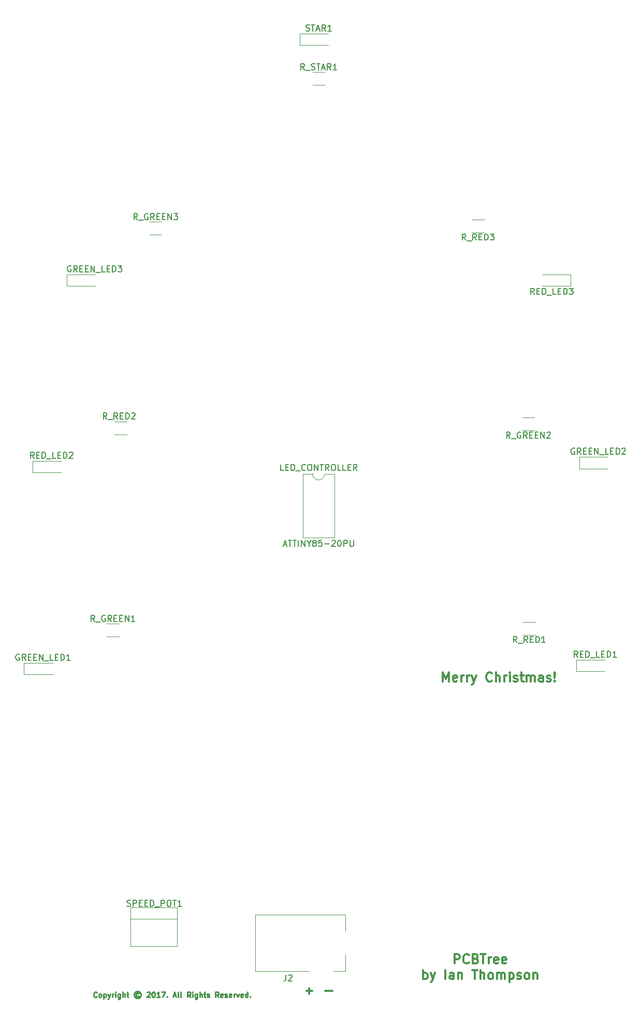
<source format=gbr>
G04 #@! TF.FileFunction,Legend,Top*
%FSLAX46Y46*%
G04 Gerber Fmt 4.6, Leading zero omitted, Abs format (unit mm)*
G04 Created by KiCad (PCBNEW 4.0.6) date Sunday, September 24, 2017 'PMt' 03:47:12 PM*
%MOMM*%
%LPD*%
G01*
G04 APERTURE LIST*
%ADD10C,0.100000*%
%ADD11C,0.212500*%
%ADD12C,0.300000*%
%ADD13C,0.120000*%
%ADD14C,0.150000*%
G04 APERTURE END LIST*
D10*
D11*
X58956238Y-181876571D02*
X58915762Y-181917048D01*
X58794333Y-181957524D01*
X58713381Y-181957524D01*
X58591953Y-181917048D01*
X58511000Y-181836095D01*
X58470524Y-181755143D01*
X58430048Y-181593238D01*
X58430048Y-181471810D01*
X58470524Y-181309905D01*
X58511000Y-181228952D01*
X58591953Y-181148000D01*
X58713381Y-181107524D01*
X58794333Y-181107524D01*
X58915762Y-181148000D01*
X58956238Y-181188476D01*
X59441953Y-181957524D02*
X59361000Y-181917048D01*
X59320524Y-181876571D01*
X59280048Y-181795619D01*
X59280048Y-181552762D01*
X59320524Y-181471810D01*
X59361000Y-181431333D01*
X59441953Y-181390857D01*
X59563381Y-181390857D01*
X59644333Y-181431333D01*
X59684810Y-181471810D01*
X59725286Y-181552762D01*
X59725286Y-181795619D01*
X59684810Y-181876571D01*
X59644333Y-181917048D01*
X59563381Y-181957524D01*
X59441953Y-181957524D01*
X60089572Y-181390857D02*
X60089572Y-182240857D01*
X60089572Y-181431333D02*
X60170524Y-181390857D01*
X60332429Y-181390857D01*
X60413381Y-181431333D01*
X60453858Y-181471810D01*
X60494334Y-181552762D01*
X60494334Y-181795619D01*
X60453858Y-181876571D01*
X60413381Y-181917048D01*
X60332429Y-181957524D01*
X60170524Y-181957524D01*
X60089572Y-181917048D01*
X60777668Y-181390857D02*
X60980049Y-181957524D01*
X61182429Y-181390857D02*
X60980049Y-181957524D01*
X60899096Y-182159905D01*
X60858620Y-182200381D01*
X60777668Y-182240857D01*
X61506239Y-181957524D02*
X61506239Y-181390857D01*
X61506239Y-181552762D02*
X61546715Y-181471810D01*
X61587191Y-181431333D01*
X61668144Y-181390857D01*
X61749096Y-181390857D01*
X62032429Y-181957524D02*
X62032429Y-181390857D01*
X62032429Y-181107524D02*
X61991953Y-181148000D01*
X62032429Y-181188476D01*
X62072905Y-181148000D01*
X62032429Y-181107524D01*
X62032429Y-181188476D01*
X62801477Y-181390857D02*
X62801477Y-182078952D01*
X62761000Y-182159905D01*
X62720524Y-182200381D01*
X62639572Y-182240857D01*
X62518143Y-182240857D01*
X62437191Y-182200381D01*
X62801477Y-181917048D02*
X62720524Y-181957524D01*
X62558620Y-181957524D01*
X62477667Y-181917048D01*
X62437191Y-181876571D01*
X62396715Y-181795619D01*
X62396715Y-181552762D01*
X62437191Y-181471810D01*
X62477667Y-181431333D01*
X62558620Y-181390857D01*
X62720524Y-181390857D01*
X62801477Y-181431333D01*
X63206239Y-181957524D02*
X63206239Y-181107524D01*
X63570525Y-181957524D02*
X63570525Y-181512286D01*
X63530048Y-181431333D01*
X63449096Y-181390857D01*
X63327668Y-181390857D01*
X63246715Y-181431333D01*
X63206239Y-181471810D01*
X63853858Y-181390857D02*
X64177668Y-181390857D01*
X63975287Y-181107524D02*
X63975287Y-181836095D01*
X64015763Y-181917048D01*
X64096716Y-181957524D01*
X64177668Y-181957524D01*
X65796715Y-181309905D02*
X65715763Y-181269429D01*
X65553858Y-181269429D01*
X65472906Y-181309905D01*
X65391953Y-181390857D01*
X65351477Y-181471810D01*
X65351477Y-181633714D01*
X65391953Y-181714667D01*
X65472906Y-181795619D01*
X65553858Y-181836095D01*
X65715763Y-181836095D01*
X65796715Y-181795619D01*
X65634810Y-180986095D02*
X65432429Y-181026571D01*
X65230049Y-181148000D01*
X65108620Y-181350381D01*
X65068144Y-181552762D01*
X65108620Y-181755143D01*
X65230049Y-181957524D01*
X65432429Y-182078952D01*
X65634810Y-182119429D01*
X65837191Y-182078952D01*
X66039572Y-181957524D01*
X66161001Y-181755143D01*
X66201477Y-181552762D01*
X66161001Y-181350381D01*
X66039572Y-181148000D01*
X65837191Y-181026571D01*
X65634810Y-180986095D01*
X67172906Y-181188476D02*
X67213382Y-181148000D01*
X67294334Y-181107524D01*
X67496715Y-181107524D01*
X67577668Y-181148000D01*
X67618144Y-181188476D01*
X67658620Y-181269429D01*
X67658620Y-181350381D01*
X67618144Y-181471810D01*
X67132430Y-181957524D01*
X67658620Y-181957524D01*
X68184811Y-181107524D02*
X68265763Y-181107524D01*
X68346715Y-181148000D01*
X68387192Y-181188476D01*
X68427668Y-181269429D01*
X68468144Y-181431333D01*
X68468144Y-181633714D01*
X68427668Y-181795619D01*
X68387192Y-181876571D01*
X68346715Y-181917048D01*
X68265763Y-181957524D01*
X68184811Y-181957524D01*
X68103858Y-181917048D01*
X68063382Y-181876571D01*
X68022906Y-181795619D01*
X67982430Y-181633714D01*
X67982430Y-181431333D01*
X68022906Y-181269429D01*
X68063382Y-181188476D01*
X68103858Y-181148000D01*
X68184811Y-181107524D01*
X69277668Y-181957524D02*
X68791954Y-181957524D01*
X69034811Y-181957524D02*
X69034811Y-181107524D01*
X68953859Y-181228952D01*
X68872906Y-181309905D01*
X68791954Y-181350381D01*
X69561002Y-181107524D02*
X70127668Y-181107524D01*
X69763383Y-181957524D01*
X70451478Y-181876571D02*
X70491954Y-181917048D01*
X70451478Y-181957524D01*
X70411002Y-181917048D01*
X70451478Y-181876571D01*
X70451478Y-181957524D01*
X71463383Y-181714667D02*
X71868145Y-181714667D01*
X71382430Y-181957524D02*
X71665764Y-181107524D01*
X71949097Y-181957524D01*
X72353859Y-181957524D02*
X72272906Y-181917048D01*
X72232430Y-181836095D01*
X72232430Y-181107524D01*
X72799097Y-181957524D02*
X72718144Y-181917048D01*
X72677668Y-181836095D01*
X72677668Y-181107524D01*
X74256239Y-181957524D02*
X73972906Y-181552762D01*
X73770525Y-181957524D02*
X73770525Y-181107524D01*
X74094334Y-181107524D01*
X74175287Y-181148000D01*
X74215763Y-181188476D01*
X74256239Y-181269429D01*
X74256239Y-181390857D01*
X74215763Y-181471810D01*
X74175287Y-181512286D01*
X74094334Y-181552762D01*
X73770525Y-181552762D01*
X74620525Y-181957524D02*
X74620525Y-181390857D01*
X74620525Y-181107524D02*
X74580049Y-181148000D01*
X74620525Y-181188476D01*
X74661001Y-181148000D01*
X74620525Y-181107524D01*
X74620525Y-181188476D01*
X75389573Y-181390857D02*
X75389573Y-182078952D01*
X75349096Y-182159905D01*
X75308620Y-182200381D01*
X75227668Y-182240857D01*
X75106239Y-182240857D01*
X75025287Y-182200381D01*
X75389573Y-181917048D02*
X75308620Y-181957524D01*
X75146716Y-181957524D01*
X75065763Y-181917048D01*
X75025287Y-181876571D01*
X74984811Y-181795619D01*
X74984811Y-181552762D01*
X75025287Y-181471810D01*
X75065763Y-181431333D01*
X75146716Y-181390857D01*
X75308620Y-181390857D01*
X75389573Y-181431333D01*
X75794335Y-181957524D02*
X75794335Y-181107524D01*
X76158621Y-181957524D02*
X76158621Y-181512286D01*
X76118144Y-181431333D01*
X76037192Y-181390857D01*
X75915764Y-181390857D01*
X75834811Y-181431333D01*
X75794335Y-181471810D01*
X76441954Y-181390857D02*
X76765764Y-181390857D01*
X76563383Y-181107524D02*
X76563383Y-181836095D01*
X76603859Y-181917048D01*
X76684812Y-181957524D01*
X76765764Y-181957524D01*
X77008621Y-181917048D02*
X77089573Y-181957524D01*
X77251478Y-181957524D01*
X77332430Y-181917048D01*
X77372906Y-181836095D01*
X77372906Y-181795619D01*
X77332430Y-181714667D01*
X77251478Y-181674190D01*
X77130049Y-181674190D01*
X77049097Y-181633714D01*
X77008621Y-181552762D01*
X77008621Y-181512286D01*
X77049097Y-181431333D01*
X77130049Y-181390857D01*
X77251478Y-181390857D01*
X77332430Y-181431333D01*
X78870525Y-181957524D02*
X78587192Y-181552762D01*
X78384811Y-181957524D02*
X78384811Y-181107524D01*
X78708620Y-181107524D01*
X78789573Y-181148000D01*
X78830049Y-181188476D01*
X78870525Y-181269429D01*
X78870525Y-181390857D01*
X78830049Y-181471810D01*
X78789573Y-181512286D01*
X78708620Y-181552762D01*
X78384811Y-181552762D01*
X79558620Y-181917048D02*
X79477668Y-181957524D01*
X79315763Y-181957524D01*
X79234811Y-181917048D01*
X79194335Y-181836095D01*
X79194335Y-181512286D01*
X79234811Y-181431333D01*
X79315763Y-181390857D01*
X79477668Y-181390857D01*
X79558620Y-181431333D01*
X79599097Y-181512286D01*
X79599097Y-181593238D01*
X79194335Y-181674190D01*
X79922906Y-181917048D02*
X80003858Y-181957524D01*
X80165763Y-181957524D01*
X80246715Y-181917048D01*
X80287191Y-181836095D01*
X80287191Y-181795619D01*
X80246715Y-181714667D01*
X80165763Y-181674190D01*
X80044334Y-181674190D01*
X79963382Y-181633714D01*
X79922906Y-181552762D01*
X79922906Y-181512286D01*
X79963382Y-181431333D01*
X80044334Y-181390857D01*
X80165763Y-181390857D01*
X80246715Y-181431333D01*
X80975286Y-181917048D02*
X80894334Y-181957524D01*
X80732429Y-181957524D01*
X80651477Y-181917048D01*
X80611001Y-181836095D01*
X80611001Y-181512286D01*
X80651477Y-181431333D01*
X80732429Y-181390857D01*
X80894334Y-181390857D01*
X80975286Y-181431333D01*
X81015763Y-181512286D01*
X81015763Y-181593238D01*
X80611001Y-181674190D01*
X81380048Y-181957524D02*
X81380048Y-181390857D01*
X81380048Y-181552762D02*
X81420524Y-181471810D01*
X81461000Y-181431333D01*
X81541953Y-181390857D01*
X81622905Y-181390857D01*
X81825286Y-181390857D02*
X82027667Y-181957524D01*
X82230047Y-181390857D01*
X82877666Y-181917048D02*
X82796714Y-181957524D01*
X82634809Y-181957524D01*
X82553857Y-181917048D01*
X82513381Y-181836095D01*
X82513381Y-181512286D01*
X82553857Y-181431333D01*
X82634809Y-181390857D01*
X82796714Y-181390857D01*
X82877666Y-181431333D01*
X82918143Y-181512286D01*
X82918143Y-181593238D01*
X82513381Y-181674190D01*
X83646714Y-181957524D02*
X83646714Y-181107524D01*
X83646714Y-181917048D02*
X83565761Y-181957524D01*
X83403857Y-181957524D01*
X83322904Y-181917048D01*
X83282428Y-181876571D01*
X83241952Y-181795619D01*
X83241952Y-181552762D01*
X83282428Y-181471810D01*
X83322904Y-181431333D01*
X83403857Y-181390857D01*
X83565761Y-181390857D01*
X83646714Y-181431333D01*
X84051476Y-181876571D02*
X84091952Y-181917048D01*
X84051476Y-181957524D01*
X84011000Y-181917048D01*
X84051476Y-181876571D01*
X84051476Y-181957524D01*
D12*
X96329572Y-180955143D02*
X97472429Y-180955143D01*
X93268857Y-180933714D02*
X94183143Y-180933714D01*
X93726000Y-181390857D02*
X93726000Y-180476571D01*
X117451715Y-176441571D02*
X117451715Y-174941571D01*
X118023143Y-174941571D01*
X118166001Y-175013000D01*
X118237429Y-175084429D01*
X118308858Y-175227286D01*
X118308858Y-175441571D01*
X118237429Y-175584429D01*
X118166001Y-175655857D01*
X118023143Y-175727286D01*
X117451715Y-175727286D01*
X119808858Y-176298714D02*
X119737429Y-176370143D01*
X119523143Y-176441571D01*
X119380286Y-176441571D01*
X119166001Y-176370143D01*
X119023143Y-176227286D01*
X118951715Y-176084429D01*
X118880286Y-175798714D01*
X118880286Y-175584429D01*
X118951715Y-175298714D01*
X119023143Y-175155857D01*
X119166001Y-175013000D01*
X119380286Y-174941571D01*
X119523143Y-174941571D01*
X119737429Y-175013000D01*
X119808858Y-175084429D01*
X120951715Y-175655857D02*
X121166001Y-175727286D01*
X121237429Y-175798714D01*
X121308858Y-175941571D01*
X121308858Y-176155857D01*
X121237429Y-176298714D01*
X121166001Y-176370143D01*
X121023143Y-176441571D01*
X120451715Y-176441571D01*
X120451715Y-174941571D01*
X120951715Y-174941571D01*
X121094572Y-175013000D01*
X121166001Y-175084429D01*
X121237429Y-175227286D01*
X121237429Y-175370143D01*
X121166001Y-175513000D01*
X121094572Y-175584429D01*
X120951715Y-175655857D01*
X120451715Y-175655857D01*
X121737429Y-174941571D02*
X122594572Y-174941571D01*
X122166001Y-176441571D02*
X122166001Y-174941571D01*
X123094572Y-176441571D02*
X123094572Y-175441571D01*
X123094572Y-175727286D02*
X123166000Y-175584429D01*
X123237429Y-175513000D01*
X123380286Y-175441571D01*
X123523143Y-175441571D01*
X124594571Y-176370143D02*
X124451714Y-176441571D01*
X124166000Y-176441571D01*
X124023143Y-176370143D01*
X123951714Y-176227286D01*
X123951714Y-175655857D01*
X124023143Y-175513000D01*
X124166000Y-175441571D01*
X124451714Y-175441571D01*
X124594571Y-175513000D01*
X124666000Y-175655857D01*
X124666000Y-175798714D01*
X123951714Y-175941571D01*
X125880285Y-176370143D02*
X125737428Y-176441571D01*
X125451714Y-176441571D01*
X125308857Y-176370143D01*
X125237428Y-176227286D01*
X125237428Y-175655857D01*
X125308857Y-175513000D01*
X125451714Y-175441571D01*
X125737428Y-175441571D01*
X125880285Y-175513000D01*
X125951714Y-175655857D01*
X125951714Y-175798714D01*
X125237428Y-175941571D01*
X112344571Y-178991571D02*
X112344571Y-177491571D01*
X112344571Y-178063000D02*
X112487428Y-177991571D01*
X112773142Y-177991571D01*
X112915999Y-178063000D01*
X112987428Y-178134429D01*
X113058857Y-178277286D01*
X113058857Y-178705857D01*
X112987428Y-178848714D01*
X112915999Y-178920143D01*
X112773142Y-178991571D01*
X112487428Y-178991571D01*
X112344571Y-178920143D01*
X113558857Y-177991571D02*
X113916000Y-178991571D01*
X114273142Y-177991571D02*
X113916000Y-178991571D01*
X113773142Y-179348714D01*
X113701714Y-179420143D01*
X113558857Y-179491571D01*
X115987428Y-178991571D02*
X115987428Y-177491571D01*
X117344571Y-178991571D02*
X117344571Y-178205857D01*
X117273142Y-178063000D01*
X117130285Y-177991571D01*
X116844571Y-177991571D01*
X116701714Y-178063000D01*
X117344571Y-178920143D02*
X117201714Y-178991571D01*
X116844571Y-178991571D01*
X116701714Y-178920143D01*
X116630285Y-178777286D01*
X116630285Y-178634429D01*
X116701714Y-178491571D01*
X116844571Y-178420143D01*
X117201714Y-178420143D01*
X117344571Y-178348714D01*
X118058857Y-177991571D02*
X118058857Y-178991571D01*
X118058857Y-178134429D02*
X118130285Y-178063000D01*
X118273143Y-177991571D01*
X118487428Y-177991571D01*
X118630285Y-178063000D01*
X118701714Y-178205857D01*
X118701714Y-178991571D01*
X120344571Y-177491571D02*
X121201714Y-177491571D01*
X120773143Y-178991571D02*
X120773143Y-177491571D01*
X121701714Y-178991571D02*
X121701714Y-177491571D01*
X122344571Y-178991571D02*
X122344571Y-178205857D01*
X122273142Y-178063000D01*
X122130285Y-177991571D01*
X121916000Y-177991571D01*
X121773142Y-178063000D01*
X121701714Y-178134429D01*
X123273143Y-178991571D02*
X123130285Y-178920143D01*
X123058857Y-178848714D01*
X122987428Y-178705857D01*
X122987428Y-178277286D01*
X123058857Y-178134429D01*
X123130285Y-178063000D01*
X123273143Y-177991571D01*
X123487428Y-177991571D01*
X123630285Y-178063000D01*
X123701714Y-178134429D01*
X123773143Y-178277286D01*
X123773143Y-178705857D01*
X123701714Y-178848714D01*
X123630285Y-178920143D01*
X123487428Y-178991571D01*
X123273143Y-178991571D01*
X124416000Y-178991571D02*
X124416000Y-177991571D01*
X124416000Y-178134429D02*
X124487428Y-178063000D01*
X124630286Y-177991571D01*
X124844571Y-177991571D01*
X124987428Y-178063000D01*
X125058857Y-178205857D01*
X125058857Y-178991571D01*
X125058857Y-178205857D02*
X125130286Y-178063000D01*
X125273143Y-177991571D01*
X125487428Y-177991571D01*
X125630286Y-178063000D01*
X125701714Y-178205857D01*
X125701714Y-178991571D01*
X126416000Y-177991571D02*
X126416000Y-179491571D01*
X126416000Y-178063000D02*
X126558857Y-177991571D01*
X126844571Y-177991571D01*
X126987428Y-178063000D01*
X127058857Y-178134429D01*
X127130286Y-178277286D01*
X127130286Y-178705857D01*
X127058857Y-178848714D01*
X126987428Y-178920143D01*
X126844571Y-178991571D01*
X126558857Y-178991571D01*
X126416000Y-178920143D01*
X127701714Y-178920143D02*
X127844571Y-178991571D01*
X128130286Y-178991571D01*
X128273143Y-178920143D01*
X128344571Y-178777286D01*
X128344571Y-178705857D01*
X128273143Y-178563000D01*
X128130286Y-178491571D01*
X127916000Y-178491571D01*
X127773143Y-178420143D01*
X127701714Y-178277286D01*
X127701714Y-178205857D01*
X127773143Y-178063000D01*
X127916000Y-177991571D01*
X128130286Y-177991571D01*
X128273143Y-178063000D01*
X129201715Y-178991571D02*
X129058857Y-178920143D01*
X128987429Y-178848714D01*
X128916000Y-178705857D01*
X128916000Y-178277286D01*
X128987429Y-178134429D01*
X129058857Y-178063000D01*
X129201715Y-177991571D01*
X129416000Y-177991571D01*
X129558857Y-178063000D01*
X129630286Y-178134429D01*
X129701715Y-178277286D01*
X129701715Y-178705857D01*
X129630286Y-178848714D01*
X129558857Y-178920143D01*
X129416000Y-178991571D01*
X129201715Y-178991571D01*
X130344572Y-177991571D02*
X130344572Y-178991571D01*
X130344572Y-178134429D02*
X130416000Y-178063000D01*
X130558858Y-177991571D01*
X130773143Y-177991571D01*
X130916000Y-178063000D01*
X130987429Y-178205857D01*
X130987429Y-178991571D01*
X115571143Y-130345571D02*
X115571143Y-128845571D01*
X116071143Y-129917000D01*
X116571143Y-128845571D01*
X116571143Y-130345571D01*
X117856857Y-130274143D02*
X117714000Y-130345571D01*
X117428286Y-130345571D01*
X117285429Y-130274143D01*
X117214000Y-130131286D01*
X117214000Y-129559857D01*
X117285429Y-129417000D01*
X117428286Y-129345571D01*
X117714000Y-129345571D01*
X117856857Y-129417000D01*
X117928286Y-129559857D01*
X117928286Y-129702714D01*
X117214000Y-129845571D01*
X118571143Y-130345571D02*
X118571143Y-129345571D01*
X118571143Y-129631286D02*
X118642571Y-129488429D01*
X118714000Y-129417000D01*
X118856857Y-129345571D01*
X118999714Y-129345571D01*
X119499714Y-130345571D02*
X119499714Y-129345571D01*
X119499714Y-129631286D02*
X119571142Y-129488429D01*
X119642571Y-129417000D01*
X119785428Y-129345571D01*
X119928285Y-129345571D01*
X120285428Y-129345571D02*
X120642571Y-130345571D01*
X120999713Y-129345571D02*
X120642571Y-130345571D01*
X120499713Y-130702714D01*
X120428285Y-130774143D01*
X120285428Y-130845571D01*
X123571142Y-130202714D02*
X123499713Y-130274143D01*
X123285427Y-130345571D01*
X123142570Y-130345571D01*
X122928285Y-130274143D01*
X122785427Y-130131286D01*
X122713999Y-129988429D01*
X122642570Y-129702714D01*
X122642570Y-129488429D01*
X122713999Y-129202714D01*
X122785427Y-129059857D01*
X122928285Y-128917000D01*
X123142570Y-128845571D01*
X123285427Y-128845571D01*
X123499713Y-128917000D01*
X123571142Y-128988429D01*
X124213999Y-130345571D02*
X124213999Y-128845571D01*
X124856856Y-130345571D02*
X124856856Y-129559857D01*
X124785427Y-129417000D01*
X124642570Y-129345571D01*
X124428285Y-129345571D01*
X124285427Y-129417000D01*
X124213999Y-129488429D01*
X125571142Y-130345571D02*
X125571142Y-129345571D01*
X125571142Y-129631286D02*
X125642570Y-129488429D01*
X125713999Y-129417000D01*
X125856856Y-129345571D01*
X125999713Y-129345571D01*
X126499713Y-130345571D02*
X126499713Y-129345571D01*
X126499713Y-128845571D02*
X126428284Y-128917000D01*
X126499713Y-128988429D01*
X126571141Y-128917000D01*
X126499713Y-128845571D01*
X126499713Y-128988429D01*
X127142570Y-130274143D02*
X127285427Y-130345571D01*
X127571142Y-130345571D01*
X127713999Y-130274143D01*
X127785427Y-130131286D01*
X127785427Y-130059857D01*
X127713999Y-129917000D01*
X127571142Y-129845571D01*
X127356856Y-129845571D01*
X127213999Y-129774143D01*
X127142570Y-129631286D01*
X127142570Y-129559857D01*
X127213999Y-129417000D01*
X127356856Y-129345571D01*
X127571142Y-129345571D01*
X127713999Y-129417000D01*
X128213999Y-129345571D02*
X128785428Y-129345571D01*
X128428285Y-128845571D02*
X128428285Y-130131286D01*
X128499713Y-130274143D01*
X128642571Y-130345571D01*
X128785428Y-130345571D01*
X129285428Y-130345571D02*
X129285428Y-129345571D01*
X129285428Y-129488429D02*
X129356856Y-129417000D01*
X129499714Y-129345571D01*
X129713999Y-129345571D01*
X129856856Y-129417000D01*
X129928285Y-129559857D01*
X129928285Y-130345571D01*
X129928285Y-129559857D02*
X129999714Y-129417000D01*
X130142571Y-129345571D01*
X130356856Y-129345571D01*
X130499714Y-129417000D01*
X130571142Y-129559857D01*
X130571142Y-130345571D01*
X131928285Y-130345571D02*
X131928285Y-129559857D01*
X131856856Y-129417000D01*
X131713999Y-129345571D01*
X131428285Y-129345571D01*
X131285428Y-129417000D01*
X131928285Y-130274143D02*
X131785428Y-130345571D01*
X131428285Y-130345571D01*
X131285428Y-130274143D01*
X131213999Y-130131286D01*
X131213999Y-129988429D01*
X131285428Y-129845571D01*
X131428285Y-129774143D01*
X131785428Y-129774143D01*
X131928285Y-129702714D01*
X132571142Y-130274143D02*
X132713999Y-130345571D01*
X132999714Y-130345571D01*
X133142571Y-130274143D01*
X133213999Y-130131286D01*
X133213999Y-130059857D01*
X133142571Y-129917000D01*
X132999714Y-129845571D01*
X132785428Y-129845571D01*
X132642571Y-129774143D01*
X132571142Y-129631286D01*
X132571142Y-129559857D01*
X132642571Y-129417000D01*
X132785428Y-129345571D01*
X132999714Y-129345571D01*
X133142571Y-129417000D01*
X133856857Y-130202714D02*
X133928285Y-130274143D01*
X133856857Y-130345571D01*
X133785428Y-130274143D01*
X133856857Y-130202714D01*
X133856857Y-130345571D01*
X133856857Y-129774143D02*
X133785428Y-128917000D01*
X133856857Y-128845571D01*
X133928285Y-128917000D01*
X133856857Y-129774143D01*
X133856857Y-128845571D01*
D13*
X47065000Y-127320000D02*
X47065000Y-129220000D01*
X47065000Y-129220000D02*
X51765000Y-129220000D01*
X47065000Y-127320000D02*
X51765000Y-127320000D01*
X137870000Y-93665000D02*
X137870000Y-95565000D01*
X137870000Y-95565000D02*
X142570000Y-95565000D01*
X137870000Y-93665000D02*
X142570000Y-93665000D01*
X54050000Y-63820000D02*
X54050000Y-65720000D01*
X54050000Y-65720000D02*
X58750000Y-65720000D01*
X54050000Y-63820000D02*
X58750000Y-63820000D01*
X94250000Y-96400000D02*
X92680000Y-96400000D01*
X92680000Y-96400000D02*
X92680000Y-106800000D01*
X92680000Y-106800000D02*
X97820000Y-106800000D01*
X97820000Y-106800000D02*
X97820000Y-96400000D01*
X97820000Y-96400000D02*
X96250000Y-96400000D01*
X96250000Y-96400000D02*
G75*
G02X94250000Y-96400000I-1000000J0D01*
G01*
X137362000Y-126812000D02*
X137362000Y-128712000D01*
X137362000Y-128712000D02*
X142062000Y-128712000D01*
X137362000Y-126812000D02*
X142062000Y-126812000D01*
X48462000Y-94300000D02*
X48462000Y-96200000D01*
X48462000Y-96200000D02*
X53162000Y-96200000D01*
X48462000Y-94300000D02*
X53162000Y-94300000D01*
X136450000Y-65720000D02*
X136450000Y-63820000D01*
X136450000Y-63820000D02*
X131750000Y-63820000D01*
X136450000Y-65720000D02*
X131750000Y-65720000D01*
X62595000Y-122990000D02*
X60595000Y-122990000D01*
X60595000Y-120850000D02*
X62595000Y-120850000D01*
X128540000Y-87195000D02*
X130540000Y-87195000D01*
X130540000Y-89335000D02*
X128540000Y-89335000D01*
X69580000Y-57331000D02*
X67580000Y-57331000D01*
X67580000Y-55191000D02*
X69580000Y-55191000D01*
X128667000Y-120596000D02*
X130667000Y-120596000D01*
X130667000Y-122736000D02*
X128667000Y-122736000D01*
X63865000Y-89970000D02*
X61865000Y-89970000D01*
X61865000Y-87830000D02*
X63865000Y-87830000D01*
X120285000Y-54810000D02*
X122285000Y-54810000D01*
X122285000Y-56950000D02*
X120285000Y-56950000D01*
X96250000Y-32820000D02*
X94250000Y-32820000D01*
X94250000Y-30680000D02*
X96250000Y-30680000D01*
X64516000Y-167264000D02*
X64516000Y-173604000D01*
X72136000Y-167264000D02*
X72136000Y-173604000D01*
X72136000Y-169164000D02*
X64516000Y-169164000D01*
X64516000Y-167264000D02*
X72136000Y-167264000D01*
X72136000Y-173604000D02*
X64516000Y-173604000D01*
X92150000Y-24450000D02*
X92150000Y-26350000D01*
X92150000Y-26350000D02*
X96850000Y-26350000D01*
X92150000Y-24450000D02*
X96850000Y-24450000D01*
X93679000Y-177701000D02*
X84879000Y-177701000D01*
X84879000Y-177701000D02*
X84879000Y-168501000D01*
X99579000Y-175001000D02*
X99579000Y-177701000D01*
X99579000Y-177701000D02*
X97679000Y-177701000D01*
X84879000Y-168501000D02*
X99579000Y-168501000D01*
X99579000Y-168501000D02*
X99579000Y-171101000D01*
D14*
X46284048Y-125920000D02*
X46188810Y-125872381D01*
X46045953Y-125872381D01*
X45903095Y-125920000D01*
X45807857Y-126015238D01*
X45760238Y-126110476D01*
X45712619Y-126300952D01*
X45712619Y-126443810D01*
X45760238Y-126634286D01*
X45807857Y-126729524D01*
X45903095Y-126824762D01*
X46045953Y-126872381D01*
X46141191Y-126872381D01*
X46284048Y-126824762D01*
X46331667Y-126777143D01*
X46331667Y-126443810D01*
X46141191Y-126443810D01*
X47331667Y-126872381D02*
X46998333Y-126396190D01*
X46760238Y-126872381D02*
X46760238Y-125872381D01*
X47141191Y-125872381D01*
X47236429Y-125920000D01*
X47284048Y-125967619D01*
X47331667Y-126062857D01*
X47331667Y-126205714D01*
X47284048Y-126300952D01*
X47236429Y-126348571D01*
X47141191Y-126396190D01*
X46760238Y-126396190D01*
X47760238Y-126348571D02*
X48093572Y-126348571D01*
X48236429Y-126872381D02*
X47760238Y-126872381D01*
X47760238Y-125872381D01*
X48236429Y-125872381D01*
X48665000Y-126348571D02*
X48998334Y-126348571D01*
X49141191Y-126872381D02*
X48665000Y-126872381D01*
X48665000Y-125872381D01*
X49141191Y-125872381D01*
X49569762Y-126872381D02*
X49569762Y-125872381D01*
X50141191Y-126872381D01*
X50141191Y-125872381D01*
X50379286Y-126967619D02*
X51141191Y-126967619D01*
X51855477Y-126872381D02*
X51379286Y-126872381D01*
X51379286Y-125872381D01*
X52188810Y-126348571D02*
X52522144Y-126348571D01*
X52665001Y-126872381D02*
X52188810Y-126872381D01*
X52188810Y-125872381D01*
X52665001Y-125872381D01*
X53093572Y-126872381D02*
X53093572Y-125872381D01*
X53331667Y-125872381D01*
X53474525Y-125920000D01*
X53569763Y-126015238D01*
X53617382Y-126110476D01*
X53665001Y-126300952D01*
X53665001Y-126443810D01*
X53617382Y-126634286D01*
X53569763Y-126729524D01*
X53474525Y-126824762D01*
X53331667Y-126872381D01*
X53093572Y-126872381D01*
X54617382Y-126872381D02*
X54045953Y-126872381D01*
X54331667Y-126872381D02*
X54331667Y-125872381D01*
X54236429Y-126015238D01*
X54141191Y-126110476D01*
X54045953Y-126158095D01*
X137089048Y-92265000D02*
X136993810Y-92217381D01*
X136850953Y-92217381D01*
X136708095Y-92265000D01*
X136612857Y-92360238D01*
X136565238Y-92455476D01*
X136517619Y-92645952D01*
X136517619Y-92788810D01*
X136565238Y-92979286D01*
X136612857Y-93074524D01*
X136708095Y-93169762D01*
X136850953Y-93217381D01*
X136946191Y-93217381D01*
X137089048Y-93169762D01*
X137136667Y-93122143D01*
X137136667Y-92788810D01*
X136946191Y-92788810D01*
X138136667Y-93217381D02*
X137803333Y-92741190D01*
X137565238Y-93217381D02*
X137565238Y-92217381D01*
X137946191Y-92217381D01*
X138041429Y-92265000D01*
X138089048Y-92312619D01*
X138136667Y-92407857D01*
X138136667Y-92550714D01*
X138089048Y-92645952D01*
X138041429Y-92693571D01*
X137946191Y-92741190D01*
X137565238Y-92741190D01*
X138565238Y-92693571D02*
X138898572Y-92693571D01*
X139041429Y-93217381D02*
X138565238Y-93217381D01*
X138565238Y-92217381D01*
X139041429Y-92217381D01*
X139470000Y-92693571D02*
X139803334Y-92693571D01*
X139946191Y-93217381D02*
X139470000Y-93217381D01*
X139470000Y-92217381D01*
X139946191Y-92217381D01*
X140374762Y-93217381D02*
X140374762Y-92217381D01*
X140946191Y-93217381D01*
X140946191Y-92217381D01*
X141184286Y-93312619D02*
X141946191Y-93312619D01*
X142660477Y-93217381D02*
X142184286Y-93217381D01*
X142184286Y-92217381D01*
X142993810Y-92693571D02*
X143327144Y-92693571D01*
X143470001Y-93217381D02*
X142993810Y-93217381D01*
X142993810Y-92217381D01*
X143470001Y-92217381D01*
X143898572Y-93217381D02*
X143898572Y-92217381D01*
X144136667Y-92217381D01*
X144279525Y-92265000D01*
X144374763Y-92360238D01*
X144422382Y-92455476D01*
X144470001Y-92645952D01*
X144470001Y-92788810D01*
X144422382Y-92979286D01*
X144374763Y-93074524D01*
X144279525Y-93169762D01*
X144136667Y-93217381D01*
X143898572Y-93217381D01*
X144850953Y-92312619D02*
X144898572Y-92265000D01*
X144993810Y-92217381D01*
X145231906Y-92217381D01*
X145327144Y-92265000D01*
X145374763Y-92312619D01*
X145422382Y-92407857D01*
X145422382Y-92503095D01*
X145374763Y-92645952D01*
X144803334Y-93217381D01*
X145422382Y-93217381D01*
X54729548Y-62428500D02*
X54634310Y-62380881D01*
X54491453Y-62380881D01*
X54348595Y-62428500D01*
X54253357Y-62523738D01*
X54205738Y-62618976D01*
X54158119Y-62809452D01*
X54158119Y-62952310D01*
X54205738Y-63142786D01*
X54253357Y-63238024D01*
X54348595Y-63333262D01*
X54491453Y-63380881D01*
X54586691Y-63380881D01*
X54729548Y-63333262D01*
X54777167Y-63285643D01*
X54777167Y-62952310D01*
X54586691Y-62952310D01*
X55777167Y-63380881D02*
X55443833Y-62904690D01*
X55205738Y-63380881D02*
X55205738Y-62380881D01*
X55586691Y-62380881D01*
X55681929Y-62428500D01*
X55729548Y-62476119D01*
X55777167Y-62571357D01*
X55777167Y-62714214D01*
X55729548Y-62809452D01*
X55681929Y-62857071D01*
X55586691Y-62904690D01*
X55205738Y-62904690D01*
X56205738Y-62857071D02*
X56539072Y-62857071D01*
X56681929Y-63380881D02*
X56205738Y-63380881D01*
X56205738Y-62380881D01*
X56681929Y-62380881D01*
X57110500Y-62857071D02*
X57443834Y-62857071D01*
X57586691Y-63380881D02*
X57110500Y-63380881D01*
X57110500Y-62380881D01*
X57586691Y-62380881D01*
X58015262Y-63380881D02*
X58015262Y-62380881D01*
X58586691Y-63380881D01*
X58586691Y-62380881D01*
X58824786Y-63476119D02*
X59586691Y-63476119D01*
X60300977Y-63380881D02*
X59824786Y-63380881D01*
X59824786Y-62380881D01*
X60634310Y-62857071D02*
X60967644Y-62857071D01*
X61110501Y-63380881D02*
X60634310Y-63380881D01*
X60634310Y-62380881D01*
X61110501Y-62380881D01*
X61539072Y-63380881D02*
X61539072Y-62380881D01*
X61777167Y-62380881D01*
X61920025Y-62428500D01*
X62015263Y-62523738D01*
X62062882Y-62618976D01*
X62110501Y-62809452D01*
X62110501Y-62952310D01*
X62062882Y-63142786D01*
X62015263Y-63238024D01*
X61920025Y-63333262D01*
X61777167Y-63380881D01*
X61539072Y-63380881D01*
X62443834Y-62380881D02*
X63062882Y-62380881D01*
X62729548Y-62761833D01*
X62872406Y-62761833D01*
X62967644Y-62809452D01*
X63015263Y-62857071D01*
X63062882Y-62952310D01*
X63062882Y-63190405D01*
X63015263Y-63285643D01*
X62967644Y-63333262D01*
X62872406Y-63380881D01*
X62586691Y-63380881D01*
X62491453Y-63333262D01*
X62443834Y-63285643D01*
X89511905Y-95852381D02*
X89035714Y-95852381D01*
X89035714Y-94852381D01*
X89845238Y-95328571D02*
X90178572Y-95328571D01*
X90321429Y-95852381D02*
X89845238Y-95852381D01*
X89845238Y-94852381D01*
X90321429Y-94852381D01*
X90750000Y-95852381D02*
X90750000Y-94852381D01*
X90988095Y-94852381D01*
X91130953Y-94900000D01*
X91226191Y-94995238D01*
X91273810Y-95090476D01*
X91321429Y-95280952D01*
X91321429Y-95423810D01*
X91273810Y-95614286D01*
X91226191Y-95709524D01*
X91130953Y-95804762D01*
X90988095Y-95852381D01*
X90750000Y-95852381D01*
X91511905Y-95947619D02*
X92273810Y-95947619D01*
X93083334Y-95757143D02*
X93035715Y-95804762D01*
X92892858Y-95852381D01*
X92797620Y-95852381D01*
X92654762Y-95804762D01*
X92559524Y-95709524D01*
X92511905Y-95614286D01*
X92464286Y-95423810D01*
X92464286Y-95280952D01*
X92511905Y-95090476D01*
X92559524Y-94995238D01*
X92654762Y-94900000D01*
X92797620Y-94852381D01*
X92892858Y-94852381D01*
X93035715Y-94900000D01*
X93083334Y-94947619D01*
X93702381Y-94852381D02*
X93892858Y-94852381D01*
X93988096Y-94900000D01*
X94083334Y-94995238D01*
X94130953Y-95185714D01*
X94130953Y-95519048D01*
X94083334Y-95709524D01*
X93988096Y-95804762D01*
X93892858Y-95852381D01*
X93702381Y-95852381D01*
X93607143Y-95804762D01*
X93511905Y-95709524D01*
X93464286Y-95519048D01*
X93464286Y-95185714D01*
X93511905Y-94995238D01*
X93607143Y-94900000D01*
X93702381Y-94852381D01*
X94559524Y-95852381D02*
X94559524Y-94852381D01*
X95130953Y-95852381D01*
X95130953Y-94852381D01*
X95464286Y-94852381D02*
X96035715Y-94852381D01*
X95750000Y-95852381D02*
X95750000Y-94852381D01*
X96940477Y-95852381D02*
X96607143Y-95376190D01*
X96369048Y-95852381D02*
X96369048Y-94852381D01*
X96750001Y-94852381D01*
X96845239Y-94900000D01*
X96892858Y-94947619D01*
X96940477Y-95042857D01*
X96940477Y-95185714D01*
X96892858Y-95280952D01*
X96845239Y-95328571D01*
X96750001Y-95376190D01*
X96369048Y-95376190D01*
X97559524Y-94852381D02*
X97750001Y-94852381D01*
X97845239Y-94900000D01*
X97940477Y-94995238D01*
X97988096Y-95185714D01*
X97988096Y-95519048D01*
X97940477Y-95709524D01*
X97845239Y-95804762D01*
X97750001Y-95852381D01*
X97559524Y-95852381D01*
X97464286Y-95804762D01*
X97369048Y-95709524D01*
X97321429Y-95519048D01*
X97321429Y-95185714D01*
X97369048Y-94995238D01*
X97464286Y-94900000D01*
X97559524Y-94852381D01*
X98892858Y-95852381D02*
X98416667Y-95852381D01*
X98416667Y-94852381D01*
X99702382Y-95852381D02*
X99226191Y-95852381D01*
X99226191Y-94852381D01*
X100035715Y-95328571D02*
X100369049Y-95328571D01*
X100511906Y-95852381D02*
X100035715Y-95852381D01*
X100035715Y-94852381D01*
X100511906Y-94852381D01*
X101511906Y-95852381D02*
X101178572Y-95376190D01*
X100940477Y-95852381D02*
X100940477Y-94852381D01*
X101321430Y-94852381D01*
X101416668Y-94900000D01*
X101464287Y-94947619D01*
X101511906Y-95042857D01*
X101511906Y-95185714D01*
X101464287Y-95280952D01*
X101416668Y-95328571D01*
X101321430Y-95376190D01*
X100940477Y-95376190D01*
X89511905Y-107966667D02*
X89988096Y-107966667D01*
X89416667Y-108252381D02*
X89750000Y-107252381D01*
X90083334Y-108252381D01*
X90273810Y-107252381D02*
X90845239Y-107252381D01*
X90559524Y-108252381D02*
X90559524Y-107252381D01*
X91035715Y-107252381D02*
X91607144Y-107252381D01*
X91321429Y-108252381D02*
X91321429Y-107252381D01*
X91940477Y-108252381D02*
X91940477Y-107252381D01*
X92416667Y-108252381D02*
X92416667Y-107252381D01*
X92988096Y-108252381D01*
X92988096Y-107252381D01*
X93654762Y-107776190D02*
X93654762Y-108252381D01*
X93321429Y-107252381D02*
X93654762Y-107776190D01*
X93988096Y-107252381D01*
X94464286Y-107680952D02*
X94369048Y-107633333D01*
X94321429Y-107585714D01*
X94273810Y-107490476D01*
X94273810Y-107442857D01*
X94321429Y-107347619D01*
X94369048Y-107300000D01*
X94464286Y-107252381D01*
X94654763Y-107252381D01*
X94750001Y-107300000D01*
X94797620Y-107347619D01*
X94845239Y-107442857D01*
X94845239Y-107490476D01*
X94797620Y-107585714D01*
X94750001Y-107633333D01*
X94654763Y-107680952D01*
X94464286Y-107680952D01*
X94369048Y-107728571D01*
X94321429Y-107776190D01*
X94273810Y-107871429D01*
X94273810Y-108061905D01*
X94321429Y-108157143D01*
X94369048Y-108204762D01*
X94464286Y-108252381D01*
X94654763Y-108252381D01*
X94750001Y-108204762D01*
X94797620Y-108157143D01*
X94845239Y-108061905D01*
X94845239Y-107871429D01*
X94797620Y-107776190D01*
X94750001Y-107728571D01*
X94654763Y-107680952D01*
X95750001Y-107252381D02*
X95273810Y-107252381D01*
X95226191Y-107728571D01*
X95273810Y-107680952D01*
X95369048Y-107633333D01*
X95607144Y-107633333D01*
X95702382Y-107680952D01*
X95750001Y-107728571D01*
X95797620Y-107823810D01*
X95797620Y-108061905D01*
X95750001Y-108157143D01*
X95702382Y-108204762D01*
X95607144Y-108252381D01*
X95369048Y-108252381D01*
X95273810Y-108204762D01*
X95226191Y-108157143D01*
X96226191Y-107871429D02*
X96988096Y-107871429D01*
X97416667Y-107347619D02*
X97464286Y-107300000D01*
X97559524Y-107252381D01*
X97797620Y-107252381D01*
X97892858Y-107300000D01*
X97940477Y-107347619D01*
X97988096Y-107442857D01*
X97988096Y-107538095D01*
X97940477Y-107680952D01*
X97369048Y-108252381D01*
X97988096Y-108252381D01*
X98607143Y-107252381D02*
X98702382Y-107252381D01*
X98797620Y-107300000D01*
X98845239Y-107347619D01*
X98892858Y-107442857D01*
X98940477Y-107633333D01*
X98940477Y-107871429D01*
X98892858Y-108061905D01*
X98845239Y-108157143D01*
X98797620Y-108204762D01*
X98702382Y-108252381D01*
X98607143Y-108252381D01*
X98511905Y-108204762D01*
X98464286Y-108157143D01*
X98416667Y-108061905D01*
X98369048Y-107871429D01*
X98369048Y-107633333D01*
X98416667Y-107442857D01*
X98464286Y-107347619D01*
X98511905Y-107300000D01*
X98607143Y-107252381D01*
X99369048Y-108252381D02*
X99369048Y-107252381D01*
X99750001Y-107252381D01*
X99845239Y-107300000D01*
X99892858Y-107347619D01*
X99940477Y-107442857D01*
X99940477Y-107585714D01*
X99892858Y-107680952D01*
X99845239Y-107728571D01*
X99750001Y-107776190D01*
X99369048Y-107776190D01*
X100369048Y-107252381D02*
X100369048Y-108061905D01*
X100416667Y-108157143D01*
X100464286Y-108204762D01*
X100559524Y-108252381D01*
X100750001Y-108252381D01*
X100845239Y-108204762D01*
X100892858Y-108157143D01*
X100940477Y-108061905D01*
X100940477Y-107252381D01*
X137604857Y-126364381D02*
X137271523Y-125888190D01*
X137033428Y-126364381D02*
X137033428Y-125364381D01*
X137414381Y-125364381D01*
X137509619Y-125412000D01*
X137557238Y-125459619D01*
X137604857Y-125554857D01*
X137604857Y-125697714D01*
X137557238Y-125792952D01*
X137509619Y-125840571D01*
X137414381Y-125888190D01*
X137033428Y-125888190D01*
X138033428Y-125840571D02*
X138366762Y-125840571D01*
X138509619Y-126364381D02*
X138033428Y-126364381D01*
X138033428Y-125364381D01*
X138509619Y-125364381D01*
X138938190Y-126364381D02*
X138938190Y-125364381D01*
X139176285Y-125364381D01*
X139319143Y-125412000D01*
X139414381Y-125507238D01*
X139462000Y-125602476D01*
X139509619Y-125792952D01*
X139509619Y-125935810D01*
X139462000Y-126126286D01*
X139414381Y-126221524D01*
X139319143Y-126316762D01*
X139176285Y-126364381D01*
X138938190Y-126364381D01*
X139700095Y-126459619D02*
X140462000Y-126459619D01*
X141176286Y-126364381D02*
X140700095Y-126364381D01*
X140700095Y-125364381D01*
X141509619Y-125840571D02*
X141842953Y-125840571D01*
X141985810Y-126364381D02*
X141509619Y-126364381D01*
X141509619Y-125364381D01*
X141985810Y-125364381D01*
X142414381Y-126364381D02*
X142414381Y-125364381D01*
X142652476Y-125364381D01*
X142795334Y-125412000D01*
X142890572Y-125507238D01*
X142938191Y-125602476D01*
X142985810Y-125792952D01*
X142985810Y-125935810D01*
X142938191Y-126126286D01*
X142890572Y-126221524D01*
X142795334Y-126316762D01*
X142652476Y-126364381D01*
X142414381Y-126364381D01*
X143938191Y-126364381D02*
X143366762Y-126364381D01*
X143652476Y-126364381D02*
X143652476Y-125364381D01*
X143557238Y-125507238D01*
X143462000Y-125602476D01*
X143366762Y-125650095D01*
X48704857Y-93852381D02*
X48371523Y-93376190D01*
X48133428Y-93852381D02*
X48133428Y-92852381D01*
X48514381Y-92852381D01*
X48609619Y-92900000D01*
X48657238Y-92947619D01*
X48704857Y-93042857D01*
X48704857Y-93185714D01*
X48657238Y-93280952D01*
X48609619Y-93328571D01*
X48514381Y-93376190D01*
X48133428Y-93376190D01*
X49133428Y-93328571D02*
X49466762Y-93328571D01*
X49609619Y-93852381D02*
X49133428Y-93852381D01*
X49133428Y-92852381D01*
X49609619Y-92852381D01*
X50038190Y-93852381D02*
X50038190Y-92852381D01*
X50276285Y-92852381D01*
X50419143Y-92900000D01*
X50514381Y-92995238D01*
X50562000Y-93090476D01*
X50609619Y-93280952D01*
X50609619Y-93423810D01*
X50562000Y-93614286D01*
X50514381Y-93709524D01*
X50419143Y-93804762D01*
X50276285Y-93852381D01*
X50038190Y-93852381D01*
X50800095Y-93947619D02*
X51562000Y-93947619D01*
X52276286Y-93852381D02*
X51800095Y-93852381D01*
X51800095Y-92852381D01*
X52609619Y-93328571D02*
X52942953Y-93328571D01*
X53085810Y-93852381D02*
X52609619Y-93852381D01*
X52609619Y-92852381D01*
X53085810Y-92852381D01*
X53514381Y-93852381D02*
X53514381Y-92852381D01*
X53752476Y-92852381D01*
X53895334Y-92900000D01*
X53990572Y-92995238D01*
X54038191Y-93090476D01*
X54085810Y-93280952D01*
X54085810Y-93423810D01*
X54038191Y-93614286D01*
X53990572Y-93709524D01*
X53895334Y-93804762D01*
X53752476Y-93852381D01*
X53514381Y-93852381D01*
X54466762Y-92947619D02*
X54514381Y-92900000D01*
X54609619Y-92852381D01*
X54847715Y-92852381D01*
X54942953Y-92900000D01*
X54990572Y-92947619D01*
X55038191Y-93042857D01*
X55038191Y-93138095D01*
X54990572Y-93280952D01*
X54419143Y-93852381D01*
X55038191Y-93852381D01*
X130492857Y-67072381D02*
X130159523Y-66596190D01*
X129921428Y-67072381D02*
X129921428Y-66072381D01*
X130302381Y-66072381D01*
X130397619Y-66120000D01*
X130445238Y-66167619D01*
X130492857Y-66262857D01*
X130492857Y-66405714D01*
X130445238Y-66500952D01*
X130397619Y-66548571D01*
X130302381Y-66596190D01*
X129921428Y-66596190D01*
X130921428Y-66548571D02*
X131254762Y-66548571D01*
X131397619Y-67072381D02*
X130921428Y-67072381D01*
X130921428Y-66072381D01*
X131397619Y-66072381D01*
X131826190Y-67072381D02*
X131826190Y-66072381D01*
X132064285Y-66072381D01*
X132207143Y-66120000D01*
X132302381Y-66215238D01*
X132350000Y-66310476D01*
X132397619Y-66500952D01*
X132397619Y-66643810D01*
X132350000Y-66834286D01*
X132302381Y-66929524D01*
X132207143Y-67024762D01*
X132064285Y-67072381D01*
X131826190Y-67072381D01*
X132588095Y-67167619D02*
X133350000Y-67167619D01*
X134064286Y-67072381D02*
X133588095Y-67072381D01*
X133588095Y-66072381D01*
X134397619Y-66548571D02*
X134730953Y-66548571D01*
X134873810Y-67072381D02*
X134397619Y-67072381D01*
X134397619Y-66072381D01*
X134873810Y-66072381D01*
X135302381Y-67072381D02*
X135302381Y-66072381D01*
X135540476Y-66072381D01*
X135683334Y-66120000D01*
X135778572Y-66215238D01*
X135826191Y-66310476D01*
X135873810Y-66500952D01*
X135873810Y-66643810D01*
X135826191Y-66834286D01*
X135778572Y-66929524D01*
X135683334Y-67024762D01*
X135540476Y-67072381D01*
X135302381Y-67072381D01*
X136207143Y-66072381D02*
X136826191Y-66072381D01*
X136492857Y-66453333D01*
X136635715Y-66453333D01*
X136730953Y-66500952D01*
X136778572Y-66548571D01*
X136826191Y-66643810D01*
X136826191Y-66881905D01*
X136778572Y-66977143D01*
X136730953Y-67024762D01*
X136635715Y-67072381D01*
X136350000Y-67072381D01*
X136254762Y-67024762D01*
X136207143Y-66977143D01*
X58618810Y-120522381D02*
X58285476Y-120046190D01*
X58047381Y-120522381D02*
X58047381Y-119522381D01*
X58428334Y-119522381D01*
X58523572Y-119570000D01*
X58571191Y-119617619D01*
X58618810Y-119712857D01*
X58618810Y-119855714D01*
X58571191Y-119950952D01*
X58523572Y-119998571D01*
X58428334Y-120046190D01*
X58047381Y-120046190D01*
X58809286Y-120617619D02*
X59571191Y-120617619D01*
X60333096Y-119570000D02*
X60237858Y-119522381D01*
X60095001Y-119522381D01*
X59952143Y-119570000D01*
X59856905Y-119665238D01*
X59809286Y-119760476D01*
X59761667Y-119950952D01*
X59761667Y-120093810D01*
X59809286Y-120284286D01*
X59856905Y-120379524D01*
X59952143Y-120474762D01*
X60095001Y-120522381D01*
X60190239Y-120522381D01*
X60333096Y-120474762D01*
X60380715Y-120427143D01*
X60380715Y-120093810D01*
X60190239Y-120093810D01*
X61380715Y-120522381D02*
X61047381Y-120046190D01*
X60809286Y-120522381D02*
X60809286Y-119522381D01*
X61190239Y-119522381D01*
X61285477Y-119570000D01*
X61333096Y-119617619D01*
X61380715Y-119712857D01*
X61380715Y-119855714D01*
X61333096Y-119950952D01*
X61285477Y-119998571D01*
X61190239Y-120046190D01*
X60809286Y-120046190D01*
X61809286Y-119998571D02*
X62142620Y-119998571D01*
X62285477Y-120522381D02*
X61809286Y-120522381D01*
X61809286Y-119522381D01*
X62285477Y-119522381D01*
X62714048Y-119998571D02*
X63047382Y-119998571D01*
X63190239Y-120522381D02*
X62714048Y-120522381D01*
X62714048Y-119522381D01*
X63190239Y-119522381D01*
X63618810Y-120522381D02*
X63618810Y-119522381D01*
X64190239Y-120522381D01*
X64190239Y-119522381D01*
X65190239Y-120522381D02*
X64618810Y-120522381D01*
X64904524Y-120522381D02*
X64904524Y-119522381D01*
X64809286Y-119665238D01*
X64714048Y-119760476D01*
X64618810Y-119808095D01*
X126563810Y-90567381D02*
X126230476Y-90091190D01*
X125992381Y-90567381D02*
X125992381Y-89567381D01*
X126373334Y-89567381D01*
X126468572Y-89615000D01*
X126516191Y-89662619D01*
X126563810Y-89757857D01*
X126563810Y-89900714D01*
X126516191Y-89995952D01*
X126468572Y-90043571D01*
X126373334Y-90091190D01*
X125992381Y-90091190D01*
X126754286Y-90662619D02*
X127516191Y-90662619D01*
X128278096Y-89615000D02*
X128182858Y-89567381D01*
X128040001Y-89567381D01*
X127897143Y-89615000D01*
X127801905Y-89710238D01*
X127754286Y-89805476D01*
X127706667Y-89995952D01*
X127706667Y-90138810D01*
X127754286Y-90329286D01*
X127801905Y-90424524D01*
X127897143Y-90519762D01*
X128040001Y-90567381D01*
X128135239Y-90567381D01*
X128278096Y-90519762D01*
X128325715Y-90472143D01*
X128325715Y-90138810D01*
X128135239Y-90138810D01*
X129325715Y-90567381D02*
X128992381Y-90091190D01*
X128754286Y-90567381D02*
X128754286Y-89567381D01*
X129135239Y-89567381D01*
X129230477Y-89615000D01*
X129278096Y-89662619D01*
X129325715Y-89757857D01*
X129325715Y-89900714D01*
X129278096Y-89995952D01*
X129230477Y-90043571D01*
X129135239Y-90091190D01*
X128754286Y-90091190D01*
X129754286Y-90043571D02*
X130087620Y-90043571D01*
X130230477Y-90567381D02*
X129754286Y-90567381D01*
X129754286Y-89567381D01*
X130230477Y-89567381D01*
X130659048Y-90043571D02*
X130992382Y-90043571D01*
X131135239Y-90567381D02*
X130659048Y-90567381D01*
X130659048Y-89567381D01*
X131135239Y-89567381D01*
X131563810Y-90567381D02*
X131563810Y-89567381D01*
X132135239Y-90567381D01*
X132135239Y-89567381D01*
X132563810Y-89662619D02*
X132611429Y-89615000D01*
X132706667Y-89567381D01*
X132944763Y-89567381D01*
X133040001Y-89615000D01*
X133087620Y-89662619D01*
X133135239Y-89757857D01*
X133135239Y-89853095D01*
X133087620Y-89995952D01*
X132516191Y-90567381D01*
X133135239Y-90567381D01*
X65603810Y-54863381D02*
X65270476Y-54387190D01*
X65032381Y-54863381D02*
X65032381Y-53863381D01*
X65413334Y-53863381D01*
X65508572Y-53911000D01*
X65556191Y-53958619D01*
X65603810Y-54053857D01*
X65603810Y-54196714D01*
X65556191Y-54291952D01*
X65508572Y-54339571D01*
X65413334Y-54387190D01*
X65032381Y-54387190D01*
X65794286Y-54958619D02*
X66556191Y-54958619D01*
X67318096Y-53911000D02*
X67222858Y-53863381D01*
X67080001Y-53863381D01*
X66937143Y-53911000D01*
X66841905Y-54006238D01*
X66794286Y-54101476D01*
X66746667Y-54291952D01*
X66746667Y-54434810D01*
X66794286Y-54625286D01*
X66841905Y-54720524D01*
X66937143Y-54815762D01*
X67080001Y-54863381D01*
X67175239Y-54863381D01*
X67318096Y-54815762D01*
X67365715Y-54768143D01*
X67365715Y-54434810D01*
X67175239Y-54434810D01*
X68365715Y-54863381D02*
X68032381Y-54387190D01*
X67794286Y-54863381D02*
X67794286Y-53863381D01*
X68175239Y-53863381D01*
X68270477Y-53911000D01*
X68318096Y-53958619D01*
X68365715Y-54053857D01*
X68365715Y-54196714D01*
X68318096Y-54291952D01*
X68270477Y-54339571D01*
X68175239Y-54387190D01*
X67794286Y-54387190D01*
X68794286Y-54339571D02*
X69127620Y-54339571D01*
X69270477Y-54863381D02*
X68794286Y-54863381D01*
X68794286Y-53863381D01*
X69270477Y-53863381D01*
X69699048Y-54339571D02*
X70032382Y-54339571D01*
X70175239Y-54863381D02*
X69699048Y-54863381D01*
X69699048Y-53863381D01*
X70175239Y-53863381D01*
X70603810Y-54863381D02*
X70603810Y-53863381D01*
X71175239Y-54863381D01*
X71175239Y-53863381D01*
X71556191Y-53863381D02*
X72175239Y-53863381D01*
X71841905Y-54244333D01*
X71984763Y-54244333D01*
X72080001Y-54291952D01*
X72127620Y-54339571D01*
X72175239Y-54434810D01*
X72175239Y-54672905D01*
X72127620Y-54768143D01*
X72080001Y-54815762D01*
X71984763Y-54863381D01*
X71699048Y-54863381D01*
X71603810Y-54815762D01*
X71556191Y-54768143D01*
X127667000Y-123968381D02*
X127333666Y-123492190D01*
X127095571Y-123968381D02*
X127095571Y-122968381D01*
X127476524Y-122968381D01*
X127571762Y-123016000D01*
X127619381Y-123063619D01*
X127667000Y-123158857D01*
X127667000Y-123301714D01*
X127619381Y-123396952D01*
X127571762Y-123444571D01*
X127476524Y-123492190D01*
X127095571Y-123492190D01*
X127857476Y-124063619D02*
X128619381Y-124063619D01*
X129428905Y-123968381D02*
X129095571Y-123492190D01*
X128857476Y-123968381D02*
X128857476Y-122968381D01*
X129238429Y-122968381D01*
X129333667Y-123016000D01*
X129381286Y-123063619D01*
X129428905Y-123158857D01*
X129428905Y-123301714D01*
X129381286Y-123396952D01*
X129333667Y-123444571D01*
X129238429Y-123492190D01*
X128857476Y-123492190D01*
X129857476Y-123444571D02*
X130190810Y-123444571D01*
X130333667Y-123968381D02*
X129857476Y-123968381D01*
X129857476Y-122968381D01*
X130333667Y-122968381D01*
X130762238Y-123968381D02*
X130762238Y-122968381D01*
X131000333Y-122968381D01*
X131143191Y-123016000D01*
X131238429Y-123111238D01*
X131286048Y-123206476D01*
X131333667Y-123396952D01*
X131333667Y-123539810D01*
X131286048Y-123730286D01*
X131238429Y-123825524D01*
X131143191Y-123920762D01*
X131000333Y-123968381D01*
X130762238Y-123968381D01*
X132286048Y-123968381D02*
X131714619Y-123968381D01*
X132000333Y-123968381D02*
X132000333Y-122968381D01*
X131905095Y-123111238D01*
X131809857Y-123206476D01*
X131714619Y-123254095D01*
X60611000Y-87447381D02*
X60277666Y-86971190D01*
X60039571Y-87447381D02*
X60039571Y-86447381D01*
X60420524Y-86447381D01*
X60515762Y-86495000D01*
X60563381Y-86542619D01*
X60611000Y-86637857D01*
X60611000Y-86780714D01*
X60563381Y-86875952D01*
X60515762Y-86923571D01*
X60420524Y-86971190D01*
X60039571Y-86971190D01*
X60801476Y-87542619D02*
X61563381Y-87542619D01*
X62372905Y-87447381D02*
X62039571Y-86971190D01*
X61801476Y-87447381D02*
X61801476Y-86447381D01*
X62182429Y-86447381D01*
X62277667Y-86495000D01*
X62325286Y-86542619D01*
X62372905Y-86637857D01*
X62372905Y-86780714D01*
X62325286Y-86875952D01*
X62277667Y-86923571D01*
X62182429Y-86971190D01*
X61801476Y-86971190D01*
X62801476Y-86923571D02*
X63134810Y-86923571D01*
X63277667Y-87447381D02*
X62801476Y-87447381D01*
X62801476Y-86447381D01*
X63277667Y-86447381D01*
X63706238Y-87447381D02*
X63706238Y-86447381D01*
X63944333Y-86447381D01*
X64087191Y-86495000D01*
X64182429Y-86590238D01*
X64230048Y-86685476D01*
X64277667Y-86875952D01*
X64277667Y-87018810D01*
X64230048Y-87209286D01*
X64182429Y-87304524D01*
X64087191Y-87399762D01*
X63944333Y-87447381D01*
X63706238Y-87447381D01*
X64658619Y-86542619D02*
X64706238Y-86495000D01*
X64801476Y-86447381D01*
X65039572Y-86447381D01*
X65134810Y-86495000D01*
X65182429Y-86542619D01*
X65230048Y-86637857D01*
X65230048Y-86733095D01*
X65182429Y-86875952D01*
X64611000Y-87447381D01*
X65230048Y-87447381D01*
X119285000Y-58182381D02*
X118951666Y-57706190D01*
X118713571Y-58182381D02*
X118713571Y-57182381D01*
X119094524Y-57182381D01*
X119189762Y-57230000D01*
X119237381Y-57277619D01*
X119285000Y-57372857D01*
X119285000Y-57515714D01*
X119237381Y-57610952D01*
X119189762Y-57658571D01*
X119094524Y-57706190D01*
X118713571Y-57706190D01*
X119475476Y-58277619D02*
X120237381Y-58277619D01*
X121046905Y-58182381D02*
X120713571Y-57706190D01*
X120475476Y-58182381D02*
X120475476Y-57182381D01*
X120856429Y-57182381D01*
X120951667Y-57230000D01*
X120999286Y-57277619D01*
X121046905Y-57372857D01*
X121046905Y-57515714D01*
X120999286Y-57610952D01*
X120951667Y-57658571D01*
X120856429Y-57706190D01*
X120475476Y-57706190D01*
X121475476Y-57658571D02*
X121808810Y-57658571D01*
X121951667Y-58182381D02*
X121475476Y-58182381D01*
X121475476Y-57182381D01*
X121951667Y-57182381D01*
X122380238Y-58182381D02*
X122380238Y-57182381D01*
X122618333Y-57182381D01*
X122761191Y-57230000D01*
X122856429Y-57325238D01*
X122904048Y-57420476D01*
X122951667Y-57610952D01*
X122951667Y-57753810D01*
X122904048Y-57944286D01*
X122856429Y-58039524D01*
X122761191Y-58134762D01*
X122618333Y-58182381D01*
X122380238Y-58182381D01*
X123285000Y-57182381D02*
X123904048Y-57182381D01*
X123570714Y-57563333D01*
X123713572Y-57563333D01*
X123808810Y-57610952D01*
X123856429Y-57658571D01*
X123904048Y-57753810D01*
X123904048Y-57991905D01*
X123856429Y-58087143D01*
X123808810Y-58134762D01*
X123713572Y-58182381D01*
X123427857Y-58182381D01*
X123332619Y-58134762D01*
X123285000Y-58087143D01*
X92916667Y-30352381D02*
X92583333Y-29876190D01*
X92345238Y-30352381D02*
X92345238Y-29352381D01*
X92726191Y-29352381D01*
X92821429Y-29400000D01*
X92869048Y-29447619D01*
X92916667Y-29542857D01*
X92916667Y-29685714D01*
X92869048Y-29780952D01*
X92821429Y-29828571D01*
X92726191Y-29876190D01*
X92345238Y-29876190D01*
X93107143Y-30447619D02*
X93869048Y-30447619D01*
X94059524Y-30304762D02*
X94202381Y-30352381D01*
X94440477Y-30352381D01*
X94535715Y-30304762D01*
X94583334Y-30257143D01*
X94630953Y-30161905D01*
X94630953Y-30066667D01*
X94583334Y-29971429D01*
X94535715Y-29923810D01*
X94440477Y-29876190D01*
X94250000Y-29828571D01*
X94154762Y-29780952D01*
X94107143Y-29733333D01*
X94059524Y-29638095D01*
X94059524Y-29542857D01*
X94107143Y-29447619D01*
X94154762Y-29400000D01*
X94250000Y-29352381D01*
X94488096Y-29352381D01*
X94630953Y-29400000D01*
X94916667Y-29352381D02*
X95488096Y-29352381D01*
X95202381Y-30352381D02*
X95202381Y-29352381D01*
X95773810Y-30066667D02*
X96250001Y-30066667D01*
X95678572Y-30352381D02*
X96011905Y-29352381D01*
X96345239Y-30352381D01*
X97250001Y-30352381D02*
X96916667Y-29876190D01*
X96678572Y-30352381D02*
X96678572Y-29352381D01*
X97059525Y-29352381D01*
X97154763Y-29400000D01*
X97202382Y-29447619D01*
X97250001Y-29542857D01*
X97250001Y-29685714D01*
X97202382Y-29780952D01*
X97154763Y-29828571D01*
X97059525Y-29876190D01*
X96678572Y-29876190D01*
X98202382Y-30352381D02*
X97630953Y-30352381D01*
X97916667Y-30352381D02*
X97916667Y-29352381D01*
X97821429Y-29495238D01*
X97726191Y-29590476D01*
X97630953Y-29638095D01*
X63923619Y-167038762D02*
X64066476Y-167086381D01*
X64304572Y-167086381D01*
X64399810Y-167038762D01*
X64447429Y-166991143D01*
X64495048Y-166895905D01*
X64495048Y-166800667D01*
X64447429Y-166705429D01*
X64399810Y-166657810D01*
X64304572Y-166610190D01*
X64114095Y-166562571D01*
X64018857Y-166514952D01*
X63971238Y-166467333D01*
X63923619Y-166372095D01*
X63923619Y-166276857D01*
X63971238Y-166181619D01*
X64018857Y-166134000D01*
X64114095Y-166086381D01*
X64352191Y-166086381D01*
X64495048Y-166134000D01*
X64923619Y-167086381D02*
X64923619Y-166086381D01*
X65304572Y-166086381D01*
X65399810Y-166134000D01*
X65447429Y-166181619D01*
X65495048Y-166276857D01*
X65495048Y-166419714D01*
X65447429Y-166514952D01*
X65399810Y-166562571D01*
X65304572Y-166610190D01*
X64923619Y-166610190D01*
X65923619Y-166562571D02*
X66256953Y-166562571D01*
X66399810Y-167086381D02*
X65923619Y-167086381D01*
X65923619Y-166086381D01*
X66399810Y-166086381D01*
X66828381Y-166562571D02*
X67161715Y-166562571D01*
X67304572Y-167086381D02*
X66828381Y-167086381D01*
X66828381Y-166086381D01*
X67304572Y-166086381D01*
X67733143Y-167086381D02*
X67733143Y-166086381D01*
X67971238Y-166086381D01*
X68114096Y-166134000D01*
X68209334Y-166229238D01*
X68256953Y-166324476D01*
X68304572Y-166514952D01*
X68304572Y-166657810D01*
X68256953Y-166848286D01*
X68209334Y-166943524D01*
X68114096Y-167038762D01*
X67971238Y-167086381D01*
X67733143Y-167086381D01*
X68495048Y-167181619D02*
X69256953Y-167181619D01*
X69495048Y-167086381D02*
X69495048Y-166086381D01*
X69876001Y-166086381D01*
X69971239Y-166134000D01*
X70018858Y-166181619D01*
X70066477Y-166276857D01*
X70066477Y-166419714D01*
X70018858Y-166514952D01*
X69971239Y-166562571D01*
X69876001Y-166610190D01*
X69495048Y-166610190D01*
X70685524Y-166086381D02*
X70876001Y-166086381D01*
X70971239Y-166134000D01*
X71066477Y-166229238D01*
X71114096Y-166419714D01*
X71114096Y-166753048D01*
X71066477Y-166943524D01*
X70971239Y-167038762D01*
X70876001Y-167086381D01*
X70685524Y-167086381D01*
X70590286Y-167038762D01*
X70495048Y-166943524D01*
X70447429Y-166753048D01*
X70447429Y-166419714D01*
X70495048Y-166229238D01*
X70590286Y-166134000D01*
X70685524Y-166086381D01*
X71399810Y-166086381D02*
X71971239Y-166086381D01*
X71685524Y-167086381D02*
X71685524Y-166086381D01*
X72828382Y-167086381D02*
X72256953Y-167086381D01*
X72542667Y-167086381D02*
X72542667Y-166086381D01*
X72447429Y-166229238D01*
X72352191Y-166324476D01*
X72256953Y-166372095D01*
X93178571Y-23954762D02*
X93321428Y-24002381D01*
X93559524Y-24002381D01*
X93654762Y-23954762D01*
X93702381Y-23907143D01*
X93750000Y-23811905D01*
X93750000Y-23716667D01*
X93702381Y-23621429D01*
X93654762Y-23573810D01*
X93559524Y-23526190D01*
X93369047Y-23478571D01*
X93273809Y-23430952D01*
X93226190Y-23383333D01*
X93178571Y-23288095D01*
X93178571Y-23192857D01*
X93226190Y-23097619D01*
X93273809Y-23050000D01*
X93369047Y-23002381D01*
X93607143Y-23002381D01*
X93750000Y-23050000D01*
X94035714Y-23002381D02*
X94607143Y-23002381D01*
X94321428Y-24002381D02*
X94321428Y-23002381D01*
X94892857Y-23716667D02*
X95369048Y-23716667D01*
X94797619Y-24002381D02*
X95130952Y-23002381D01*
X95464286Y-24002381D01*
X96369048Y-24002381D02*
X96035714Y-23526190D01*
X95797619Y-24002381D02*
X95797619Y-23002381D01*
X96178572Y-23002381D01*
X96273810Y-23050000D01*
X96321429Y-23097619D01*
X96369048Y-23192857D01*
X96369048Y-23335714D01*
X96321429Y-23430952D01*
X96273810Y-23478571D01*
X96178572Y-23526190D01*
X95797619Y-23526190D01*
X97321429Y-24002381D02*
X96750000Y-24002381D01*
X97035714Y-24002381D02*
X97035714Y-23002381D01*
X96940476Y-23145238D01*
X96845238Y-23240476D01*
X96750000Y-23288095D01*
X89895667Y-178303381D02*
X89895667Y-179017667D01*
X89848047Y-179160524D01*
X89752809Y-179255762D01*
X89609952Y-179303381D01*
X89514714Y-179303381D01*
X90324238Y-178398619D02*
X90371857Y-178351000D01*
X90467095Y-178303381D01*
X90705191Y-178303381D01*
X90800429Y-178351000D01*
X90848048Y-178398619D01*
X90895667Y-178493857D01*
X90895667Y-178589095D01*
X90848048Y-178731952D01*
X90276619Y-179303381D01*
X90895667Y-179303381D01*
M02*

</source>
